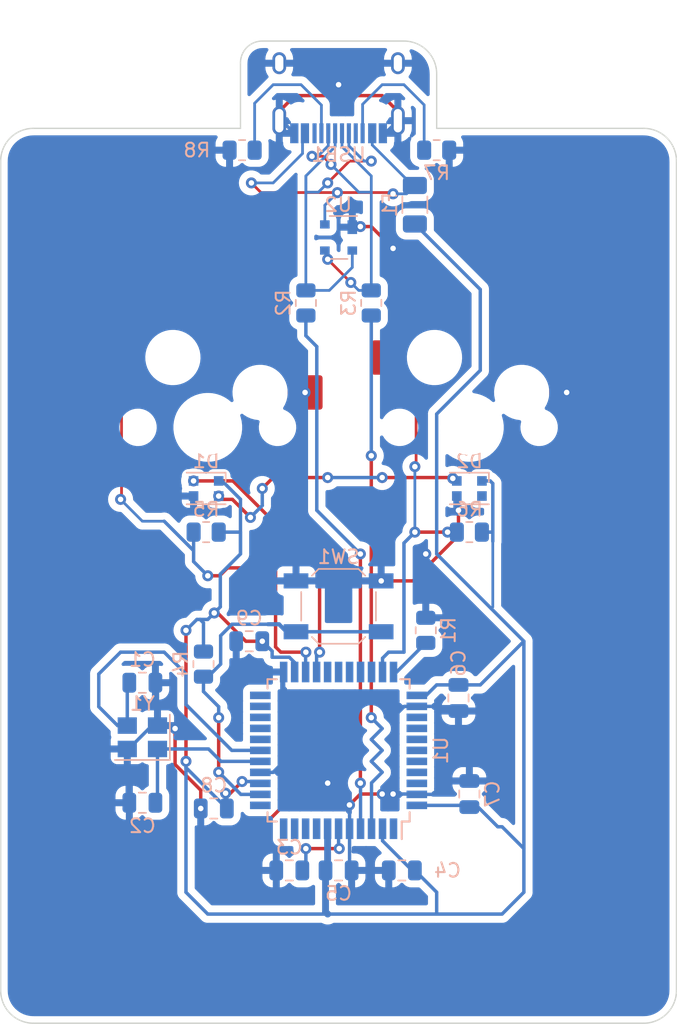
<source format=kicad_pcb>
(kicad_pcb (version 20211014) (generator pcbnew)
  (layers (0 "F.Cu" signal) (31 "B.Cu" signal) (34 "B.Paste" user) (35 "F.Paste" user) (36 "B.SilkS" user "B.Silkscreen") (37 "F.SilkS" user "F.Silkscreen") (38 "B.Mask" user) (39 "F.Mask" user) (44 "Edge.Cuts" user))
  (net 0 "")
  (net 1 "GND")
  (net 2 "Net-(C1-Pad2)")
  (net 3 "Net-(C2-Pad2)")
  (net 4 "Net-(C3-Pad1)")
  (net 5 "+5V")
  (net 6 "VCC")
  (net 7 "Net-(MX1-Pad2)")
  (net 8 "Net-(MX2-Pad2)")
  (net 9 "Net-(R1-Pad1)")
  (net 10 "D+")
  (net 11 "Net-(R2-Pad2)")
  (net 12 "D-")
  (net 13 "Net-(R3-Pad2)")
  (net 14 "Net-(R4-Pad2)")
  (net 25 "Net-(D1-Pad2)")
  (net 39 "RGBLED")
  (net 41 "Net-(R7-Pad1)")
  (net 42 "Net-(R8-Pad1)")
  (footprint "Capacitor_SMD:C_0805_2012Metric" (layer "B.Cu") (at 151.25 109 180)
    (fp_text reference "C8")
    (fp_text value "0.1uF")
  )
  (footprint "Capacitor_SMD:C_0805_2012Metric" (layer "B.Cu") (at 146.05 99.85375 180)
    (fp_text reference "C1")
    (fp_text value "22pF")
  )
  (footprint "Resistor_SMD:R_0805_2012Metric" (layer "B.Cu") (at 150.5 98.5 -90)
    (fp_text reference "R4")
    (fp_text value "10k")
  )
  (footprint "Package_QFP:TQFP-44_10x10mm_P0.8mm" (layer "B.Cu") (at 160.3375 104.775 90)
    (fp_text reference "U1")
    (fp_text value "ATmega32U4-A")
  )
  (footprint "Resistor_SMD:R_0805_2012Metric" (layer "B.Cu") (at 166.6875 96.04375 90)
    (fp_text reference "R1")
    (fp_text value "10k")
  )
  (footprint "Resistor_SMD:R_0805_2012Metric" (layer "B.Cu") (at 150.69375 88.9 180)
    (fp_text reference "R5")
    (fp_text value "10k")
  )
  (footprint "Capacitor_SMD:C_0805_2012Metric" (layer "B.Cu") (at 169.06875 100.9625 -90)
    (fp_text reference "C6")
    (fp_text value "0.1uF")
  )
  (footprint "Capacitor_SMD:C_0805_2012Metric" (layer "B.Cu") (at 156.75 113.50625 180)
    (fp_text reference "C3")
    (fp_text value "C_Small")
  )
  (footprint "Capacitor_SMD:C_0805_2012Metric" (layer "B.Cu") (at 146.05 108.585)
    (fp_text reference "C2")
    (fp_text value "22pF")
  )
  (footprint "Button_Switch_SMD:SW_SPST_SKQG_WithStem" (layer "B.Cu") (at 160.3375 94.2975 180)
    (fp_text reference "SW1")
    (fp_text value "SW_Push")
  )
  (footprint "Capacitor_SMD:C_0805_2012Metric" (layer "B.Cu") (at 160.3375 113.50625)
    (fp_text reference "C5")
    (fp_text value "0.1uF")
  )
  (footprint "LED_SMD:LED_WS2812B-2020_PLCC4_2.0x2.0mm" (layer "B.Cu") (at 169.8625 85.725 180)
    (fp_text reference "D2")
    (fp_text value "WS2812B")
  )
  (footprint "Type-C:HRO-TYPE-C-31-M-12-Assembly" (layer "B.Cu") (at 160.3375 52.19375)
    (fp_text reference "USB1")
    (fp_text value "HRO-TYPE-C-31-M-12")
  )
  (footprint "MX_Hotswap:MX-Hotswap-1U" (layer "B.Cu") (at 150.8125 81.28 180)
    (fp_text reference "MX1")
    (fp_text value "MX-NoLED")
  )
  (footprint "Capacitor_SMD:C_0805_2012Metric" (layer "B.Cu") (at 164.94375 113.50625 180)
    (fp_text reference "C4")
    (fp_text value "0.1uF")
  )
  (footprint "Capacitor_SMD:C_0805_2012Metric" (layer "B.Cu") (at 153.83125 96.8375 180)
    (fp_text reference "C9")
    (fp_text value "0.1uF")
  )
  (footprint "Capacitor_SMD:C_0805_2012Metric" (layer "B.Cu") (at 169.8625 107.95 90)
    (fp_text reference "C7")
    (fp_text value "10uF")
  )
  (footprint "Crystal:Crystal_SMD_3225-4Pin_3.2x2.5mm" (layer "B.Cu") (at 146.05 103.8225 180)
    (fp_text reference "Y1")
    (fp_text value "16MHz")
  )
  (footprint "LED_SMD:LED_WS2812B-2020_PLCC4_2.0x2.0mm" (layer "B.Cu") (at 150.69125 85.725 180)
    (fp_text reference "D1")
    (fp_text value "WS2812B")
  )
  (footprint "Resistor_SMD:R_0805_2012Metric" (layer "B.Cu") (at 167.48125 61.11875)
    (fp_text reference "R7")
    (fp_text value "5.1k")
  )
  (footprint "Resistor_SMD:R_0805_2012Metric" (layer "B.Cu") (at 153.3125 61.11875 180)
    (fp_text reference "R8")
    (fp_text value "5.1k")
  )
  (footprint "Fuse:Fuse_1206_3216Metric" (layer "B.Cu") (at 165.89375 65.0875 -90)
    (fp_text reference "F1")
    (fp_text value "500mA")
  )
  (footprint "Resistor_SMD:R_0805_2012Metric" (layer "B.Cu") (at 157.95625 72.23125 -90)
    (fp_text reference "R2")
    (fp_text value "22")
  )
  (footprint "MX_Hotswap:MX-Hotswap-1U" (layer "B.Cu") (at 169.8625 81.28 180)
    (fp_text reference "MX2")
    (fp_text value "MX-NoLED")
  )
  (footprint "Resistor_SMD:R_0805_2012Metric" (layer "B.Cu") (at 162.71875 72.23125 -90)
    (fp_text reference "R3")
    (fp_text value "22")
  )
  (footprint "Package_TO_SOT_SMD:SOT-143" (layer "B.Cu") (at 160.3375 67.46875 180)
    (fp_text reference "U2")
    (fp_text value "PRTR5V0U2X")
  )
  (footprint "Resistor_SMD:R_0805_2012Metric" (layer "B.Cu") (at 169.8625 88.9 180)
    (fp_text reference "R6")
    (fp_text value "10k")
  )
  (gr_line (start 167.48125 59.53125) (end 167.48125 55.5625) (layer "Edge.Cuts") (width 0.1))
  (gr_line (start 184.94375 122.2375) (end 184.94375 61.9125) (layer "Edge.Cuts") (width 0.1))
  (gr_line (start 153.19375 54.76875) (end 153.19375 59.53125) (layer "Edge.Cuts") (width 0.1))
  (gr_arc (start 182.5625 59.53125) (mid 184.246298 60.228702) (end 184.94375 61.9125) (layer "Edge.Cuts") (width 0.1))
  (gr_arc (start 184.94375 122.2375) (mid 184.246298 123.921298) (end 182.5625 124.61875) (layer "Edge.Cuts") (width 0.1))
  (gr_line (start 182.5625 59.53125) (end 167.48125 59.53125) (layer "Edge.Cuts") (width 0.1))
  (gr_arc (start 165.1 53.18125) (mid 166.783798 53.878702) (end 167.48125 55.5625) (layer "Edge.Cuts") (width 0.1))
  (gr_line (start 135.73125 61.9125) (end 135.73125 122.2375) (layer "Edge.Cuts") (width 0.1))
  (gr_arc (start 153.19375 54.76875) (mid 153.658718 53.646218) (end 154.78125 53.18125) (layer "Edge.Cuts") (width 0.1))
  (gr_line (start 138.1125 124.61875) (end 182.5625 124.61875) (layer "Edge.Cuts") (width 0.1))
  (gr_line (start 165.1 53.18125) (end 154.78125 53.18125) (layer "Edge.Cuts") (width 0.1))
  (gr_arc (start 135.73125 61.9125) (mid 136.428702 60.228702) (end 138.1125 59.53125) (layer "Edge.Cuts") (width 0.1))
  (gr_line (start 153.19375 59.53125) (end 138.1125 59.53125) (layer "Edge.Cuts") (width 0.1))
  (gr_arc (start 138.1125 124.61875) (mid 136.428702 123.921298) (end 135.73125 122.2375) (layer "Edge.Cuts") (width 0.1))
  (segment (start 163.5125 57.15) (end 164.6575 58.295) (width 0.25) (layer "F.Cu") (net 1))
  (segment (start 159.54375 57.15) (end 157.1625 57.15) (width 0.25) (layer "F.Cu") (net 1))
  (segment (start 148.43125 105.800305) (end 150.3 107.669055) (width 0.25) (layer "F.Cu") (net 1))
  (segment (start 148.43125 103.1875) (end 148.43125 105.800305) (width 0.25) (layer "F.Cu") (net 1))
  (segment (start 157.1625 107.95) (end 153.9875 111.125) (width 0.25) (layer "F.Cu") (net 1))
  (segment (start 161.13125 108.74375) (end 161.925 107.95) (width 0.25) (layer "F.Cu") (net 1))
  (segment (start 163.5125 107.95) (end 164.30625 107.95) (width 0.25) (layer "F.Cu") (net 1))
  (segment (start 160.3375 56.35625) (end 159.54375 57.15) (width 0.25) (layer "F.Cu") (net 1))
  (segment (start 156.0175 58.295) (end 156.0175 58.97375) (width 0.25) (layer "F.Cu") (net 1))
  (segment (start 153.9875 111.125) (end 150.8125 111.125) (width 0.25) (layer "F.Cu") (net 1))
  (segment (start 160.3375 107.95) (end 157.1625 107.95) (width 0.25) (layer "F.Cu") (net 1))
  (segment (start 161.925 107.95) (end 163.5125 107.95) (width 0.25) (layer "F.Cu") (net 1))
  (segment (start 164.6575 58.295) (end 164.6575 58.97375) (width 0.25) (layer "F.Cu") (net 1))
  (segment (start 150.3 107.669055) (end 150.3 109) (width 0.25) (layer "F.Cu") (net 1))
  (segment (start 157.1625 57.15) (end 156.0175 58.295) (width 0.25) (layer "F.Cu") (net 1))
  (segment (start 169.06875 89.131555) (end 166.803278 91.397028) (width 0.25) (layer "F.Cu") (net 1))
  (segment (start 161.13125 57.15) (end 163.5125 57.15) (width 0.25) (layer "F.Cu") (net 1))
  (segment (start 166.6875 91.28125) (end 166.6875 90.4875) (width 0.25) (layer "F.Cu") (net 1))
  (segment (start 166.803278 91.397028) (end 165.752805 92.4475) (width 0.25) (layer "F.Cu") (net 1))
  (segment (start 159.54375 107.15625) (end 160.3375 107.95) (width 0.25) (layer "F.Cu") (net 1))
  (segment (start 162.71875 66.675) (end 164.30625 68.2625) (width 0.25) (layer "F.Cu") (net 1))
  (segment (start 161.925 66.675) (end 162.71875 66.675) (width 0.25) (layer "F.Cu") (net 1))
  (segment (start 160.3375 107.95) (end 161.13125 108.74375) (width 0.25) (layer "F.Cu") (net 1))
  (segment (start 150.3 110.6125) (end 150.3 109) (width 0.25) (layer "F.Cu") (net 1))
  (segment (start 160.3375 56.35625) (end 161.13125 57.15) (width 0.25) (layer "F.Cu") (net 1))
  (segment (start 166.803278 91.397028) (end 166.6875 91.28125) (width 0.25) (layer "F.Cu") (net 1))
  (segment (start 169.06875 87.3125) (end 169.06875 89.131555) (width 0.25) (layer "F.Cu") (net 1))
  (segment (start 150.8125 111.125) (end 150.3 110.6125) (width 0.25) (layer "F.Cu") (net 1))
  (segment (start 165.752805 92.4475) (end 163.44325 92.4475) (width 0.25) (layer "F.Cu") (net 1))
  (via (at 157.8975 78.74) (size 0.8) (drill 0.4) (layers "F.Cu" "B.Cu") (net 1))
  (via (at 148.43125 103.1875) (size 0.8) (drill 0.4) (layers "F.Cu" "B.Cu") (net 1))
  (via (at 164.30625 107.95) (size 0.8) (drill 0.4) (layers "F.Cu" "B.Cu") (net 1))
  (via (at 160.3375 56.35625) (size 0.8) (drill 0.4) (layers "F.Cu" "B.Cu") (net 1))
  (via (at 161.925 66.675) (size 0.8) (drill 0.4) (layers "F.Cu" "B.Cu") (net 1))
  (via (at 169.06875 87.3125) (size 0.8) (drill 0.4) (layers "F.Cu" "B.Cu") (net 1))
  (via (at 159.54375 107.15625) (size 0.8) (drill 0.4) (layers "F.Cu" "B.Cu") (net 1))
  (via (at 163.5125 107.95) (size 0.8) (drill 0.4) (layers "F.Cu" "B.Cu") (net 1))
  (via (at 163.44325 92.4475) (size 0.8) (drill 0.4) (layers "F.Cu" "B.Cu") (net 1))
  (via (at 164.30625 68.2625) (size 0.8) (drill 0.4) (layers "F.Cu" "B.Cu") (net 1))
  (via (at 161.13125 108.74375) (size 0.8) (drill 0.4) (layers "F.Cu" "B.Cu") (net 1))
  (via (at 176.9475 78.74) (size 0.8) (drill 0.4) (layers "F.Cu" "B.Cu") (net 1))
  (via (at 150.3 109) (size 0.8) (drill 0.4) (layers "F.Cu" "B.Cu") (net 1))
  (via (at 166.6875 90.4875) (size 0.8) (drill 0.4) (layers "F.Cu" "B.Cu") (net 1))
  (segment (start 160.3625 54.79375) (end 160.3375 54.81875) (width 0.25) (layer "B.Cu") (net 1))
  (segment (start 168.9475 86.275) (end 168.9475 87.19125) (width 0.25) (layer "B.Cu") (net 1))
  (segment (start 161.88125 66.71875) (end 161.925 66.675) (width 0.25) (layer "B.Cu") (net 1))
  (segment (start 168.9475 87.19125) (end 169.06875 87.3125) (width 0.25) (layer "B.Cu") (net 1))
  (segment (start 145.05 104.6725) (end 146.75 102.9725) (width 0.25) (layer "B.Cu") (net 1))
  (segment (start 144.95 104.6725) (end 145.05 104.6725) (width 0.25) (layer "B.Cu") (net 1))
  (segment (start 157.95625 105.56875) (end 159.54375 107.15625) (width 0.25) (layer "B.Cu") (net 1))
  (segment (start 161.1375 110.475) (end 161.1375 113.35625) (width 0.25) (layer "B.Cu") (net 1))
  (segment (start 156.0175 54.79375) (end 160.3625 54.79375) (width 0.25) (layer "B.Cu") (net 1))
  (segment (start 155.5625 106.375) (end 154.6375 106.375) (width 0.25) (layer "B.Cu") (net 1))
  (segment (start 160.3625 54.79375) (end 164.6575 54.79375) (width 0.25) (layer "B.Cu") (net 1))
  (segment (start 156.36875 105.56875) (end 155.5625 106.375) (width 0.25) (layer "B.Cu") (net 1))
  (segment (start 156.36875 105.56875) (end 157.95625 105.56875) (width 0.25) (layer "B.Cu") (net 1))
  (segment (start 168.43125 107) (end 167.45625 107.975) (width 0.25) (layer "B.Cu") (net 1))
  (segment (start 156.3375 102.594055) (end 156.36875 102.625305) (width 0.25) (layer "B.Cu") (net 1))
  (segment (start 169.06875 101.9125) (end 168.75625 101.6) (width 0.25) (layer "B.Cu") (net 1))
  (segment (start 156.36875 102.625305) (end 156.36875 105.56875) (width 0.25) (layer "B.Cu") (net 1))
  (segment (start 166.0125 107.95) (end 166.0375 107.975) (width 0.25) (layer "B.Cu") (net 1))
  (segment (start 147 99.85375) (end 147.15 100.00375) (width 0.25) (layer "B.Cu") (net 1))
  (segment (start 156.1975 58.97375) (end 157.1125 59.88875) (width 0.25) (layer "B.Cu") (net 1))
  (segment (start 167.48125 101.6) (end 167.45625 101.575) (width 0.25) (layer "B.Cu") (net 1))
  (segment (start 161.1375 110.475) (end 161.1375 108.75) (width 0.25) (layer "B.Cu") (net 1))
  (segment (start 164.30625 107.95) (end 166.0125 107.95) (width 0.25) (layer "B.Cu") (net 1))
  (segment (start 167.45625 101.575) (end 166.0375 101.575) (width 0.25) (layer "B.Cu") (net 1))
  (segment (start 165.125 101.575) (end 164.30625 102.39375) (width 0.25) (layer "B.Cu") (net 1))
  (segment (start 160.3375 54.81875) (end 160.3375 56.35625) (width 0.25) (layer "B.Cu") (net 1))
  (segment (start 148.21625 102.9725) (end 148.43125 103.1875) (width 0.25) (layer "B.Cu") (net 1))
  (segment (start 161.1375 108.75) (end 161.13125 108.74375) (width 0.25) (layer "B.Cu") (net 1))
  (segment (start 161.3375 66.71875) (end 161.88125 66.71875) (width 0.25) (layer "B.Cu") (net 1))
  (segment (start 161.1375 113.35625) (end 161.2875 113.50625) (width 0.25) (layer "B.Cu") (net 1))
  (segment (start 147.15 102.9725) (end 148.21625 102.9725) (width 0.25) (layer "B.Cu") (net 1))
  (segment (start 168.75625 101.6) (end 167.48125 101.6) (width 0.25) (layer "B.Cu") (net 1))
  (segment (start 169.8625 107) (end 168.43125 107) (width 0.25) (layer "B.Cu") (net 1))
  (segment (start 163.7425 59.88875) (end 164.6575 58.97375) (width 0.25) (layer "B.Cu") (net 1))
  (segment (start 156.3375 99.075) (end 156.3375 102.594055) (width 0.25) (layer "B.Cu") (net 1))
  (segment (start 167.45625 107.975) (end 166.0375 107.975) (width 0.25) (layer "B.Cu") (net 1))
  (segment (start 145.1 108.585) (end 144.95 108.435) (width 0.25) (layer "B.Cu") (net 1))
  (segment (start 164.30625 102.39375) (end 164.30625 107.15625) (width 0.25) (layer "B.Cu") (net 1))
  (segment (start 147.15 100.00375) (end 147.15 102.9725) (width 0.25) (layer "B.Cu") (net 1))
  (segment (start 156.0175 58.97375) (end 156.1975 58.97375) (width 0.25) (layer "B.Cu") (net 1))
  (segment (start 157.2375 92.4475) (end 163.4375 92.4475) (width 0.25) (layer "B.Cu") (net 1))
  (segment (start 146.75 102.9725) (end 147.15 102.9725) (width 0.25) (layer "B.Cu") (net 1))
  (segment (start 163.99375 113.50625) (end 161.2875 113.50625) (width 0.25) (layer "B.Cu") (net 1))
  (segment (start 144.95 108.435) (end 144.95 104.6725) (width 0.25) (layer "B.Cu") (net 1))
  (segment (start 163.5625 59.88875) (end 163.7425 59.88875) (width 0.25) (layer "B.Cu") (net 1))
  (segment (start 164.30625 107.15625) (end 163.5125 107.95) (width 0.25) (layer "B.Cu") (net 1))
  (segment (start 166.0375 101.575) (end 165.125 101.575) (width 0.25) (layer "B.Cu") (net 1))
  (segment (start 154.6375 104.775) (end 152.55875 104.775) (width 0.25) (layer "B.Cu") (net 2))
  (segment (start 144.95 102.9725) (end 144.95 100.00375) (width 0.25) (layer "B.Cu") (net 2))
  (segment (start 152.55875 104.775) (end 149.225 101.44125) (width 0.25) (layer "B.Cu") (net 2))
  (segment (start 142.875 99.21875) (end 142.875 101.6) (width 0.25) (layer "B.Cu") (net 2))
  (segment (start 142.875 101.6) (end 144.2475 102.9725) (width 0.25) (layer "B.Cu") (net 2))
  (segment (start 144.4625 97.63125) (end 142.875 99.21875) (width 0.25) (layer "B.Cu") (net 2))
  (segment (start 144.2475 102.9725) (end 144.95 102.9725) (width 0.25) (layer "B.Cu") (net 2))
  (segment (start 144.95 100.00375) (end 145.1 99.85375) (width 0.25) (layer "B.Cu") (net 2))
  (segment (start 149.225 99.21875) (end 147.6375 97.63125) (width 0.25) (layer "B.Cu") (net 2))
  (segment (start 147.6375 97.63125) (end 144.4625 97.63125) (width 0.25) (layer "B.Cu") (net 2))
  (segment (start 149.225 101.44125) (end 149.225 99.21875) (width 0.25) (layer "B.Cu") (net 2))
  (segment (start 150.86875 104.6725) (end 147.15 104.6725) (width 0.25) (layer "B.Cu") (net 3))
  (segment (start 154.6375 105.575) (end 151.77125 105.575) (width 0.25) (layer "B.Cu") (net 3))
  (segment (start 147.15 108.435) (end 147.15 104.6725) (width 0.25) (layer "B.Cu") (net 3))
  (segment (start 151.77125 105.575) (end 150.86875 104.6725) (width 0.25) (layer "B.Cu") (net 3))
  (segment (start 147 108.585) (end 147.15 108.435) (width 0.25) (layer "B.Cu") (net 3))
  (segment (start 160.387 111.91875) (end 157.95625 111.91875) (width 0.25) (layer "F.Cu") (net 4))
  (via (at 157.95625 111.91875) (size 0.8) (drill 0.4) (layers "F.Cu" "B.Cu") (net 4))
  (via (at 160.387 111.91875) (size 0.8) (drill 0.4) (layers "F.Cu" "B.Cu") (net 4))
  (segment (start 160.3375 110.475) (end 160.3375 111.86925) (width 0.25) (layer "B.Cu") (net 4))
  (segment (start 157.95625 113.25) (end 157.7 113.50625) (width 0.25) (layer "B.Cu") (net 4))
  (segment (start 157.95625 111.91875) (end 157.95625 113.25) (width 0.25) (layer "B.Cu") (net 4))
  (segment (start 160.3375 111.86925) (end 160.387 111.91875) (width 0.25) (layer "B.Cu") (net 4))
  (segment (start 154.78125 96.8375) (end 153.5875 96.8375) (width 0.25) (layer "F.Cu") (net 5))
  (segment (start 149.225 105.56875) (end 149.225 96.04375) (width 0.25) (layer "F.Cu") (net 5))
  (segment (start 152.109576 107.890424) (end 152.459576 107.890424) (width 0.25) (layer "F.Cu") (net 5))
  (segment (start 153.5875 96.8375) (end 151.53125 94.78125) (width 0.25) (layer "F.Cu") (net 5))
  (segment (start 152.459576 107.890424) (end 153.309174 107.040826) (width 0.25) (layer "F.Cu") (net 5))
  (segment (start 151.53125 94.78125) (end 151.28125 94.78125) (width 0.25) (layer "F.Cu") (net 5))
  (via (at 153.309174 107.040826) (size 0.8) (drill 0.4) (layers "F.Cu" "B.Cu") (net 5))
  (via (at 149.225 105.56875) (size 0.8) (drill 0.4) (layers "F.Cu" "B.Cu") (net 5))
  (via (at 149.225 96.04375) (size 0.8) (drill 0.4) (layers "F.Cu" "B.Cu") (net 5))
  (via (at 152.109576 107.890424) (size 0.8) (drill 0.4) (layers "F.Cu" "B.Cu") (net 5))
  (via (at 151.28125 94.78125) (size 0.8) (drill 0.4) (layers "F.Cu" "B.Cu") (net 5))
  (via (at 154.78125 96.8375) (size 0.8) (drill 0.4) (layers "F.Cu" "B.Cu") (net 5))
  (segment (start 152.2 107.980848) (end 152.109576 107.890424) (width 0.25) (layer "B.Cu") (net 5))
  (segment (start 171.56875 85.36625) (end 171.56875 89.575) (width 0.25) (layer "B.Cu") (net 5))
  (segment (start 155.5 97.55625) (end 155.5 98) (width 0.25) (layer "B.Cu") (net 5))
  (segment (start 167.48125 90.4875) (end 171.45 94.45625) (width 0.25) (layer "B.Cu") (net 5))
  (segment (start 159.5375 110.475) (end 159.5375 113.35625) (width 0.5) (layer "B.Cu") (net 5))
  (segment (start 170.775 88.9) (end 171.56875 88.9) (width 0.25) (layer "B.Cu") (net 5))
  (segment (start 166.0375 100.775) (end 166.71875 100.775) (width 0.25) (layer "B.Cu") (net 5))
  (segment (start 150.5 97.5875) (end 150.5 95.5) (width 0.25) (layer "B.Cu") (net 5))
  (segment (start 149.225 115.09375) (end 149.225 105.56875) (width 0.25) (layer "B.Cu") (net 5))
  (segment (start 153.309174 107.040826) (end 154.503326 107.040826) (width 0.25) (layer "B.Cu") (net 5))
  (segment (start 173.83125 111.91875) (end 173.83125 115.09375) (width 0.25) (layer "B.Cu") (net 5))
  (segment (start 171.3775 85.175) (end 171.56875 85.36625) (width 0.25) (layer "B.Cu") (net 5))
  (segment (start 151.725 91.95625) (end 151.725 94.3375) (width 0.25) (layer "B.Cu") (net 5))
  (segment (start 172.24375 110.33125) (end 171.930146 110.33125) (width 0.25) (layer "B.Cu") (net 5))
  (segment (start 166.0375 108.775) (end 169.7375 108.775) (width 0.25) (layer "B.Cu") (net 5))
  (segment (start 152.2 109) (end 152.2 107.980848) (width 0.25) (layer "B.Cu") (net 5))
  (segment (start 166.71875 100.775) (end 167.48125 100.0125) (width 0.25) (layer "B.Cu") (net 5))
  (segment (start 154.503326 107.040826) (end 154.6375 107.175) (width 0.25) (layer "B.Cu") (net 5))
  (segment (start 150.8125 116.68125) (end 149.225 115.09375) (width 0.25) (layer "B.Cu") (net 5))
  (segment (start 153.19375 90.4875) (end 153.19375 86.5125) (width 0.25) (layer "B.Cu") (net 5))
  (segment (start 151.28125 94.78125) (end 150.8125 95.25) (width 0.25) (layer "B.Cu") (net 5))
  (segment (start 167.48125 115.09375) (end 167.48125 116.68125) (width 0.25) (layer "B.Cu") (net 5))
  (segment (start 152.2 109) (end 149.225 106.025) (width 0.25) (layer "B.Cu") (net 5))
  (segment (start 159.5375 113.35625) (end 159.3875 113.50625) (width 0.5) (layer "B.Cu") (net 5))
  (segment (start 165.89375 113.50625) (end 165.69375 113.50625) (width 0.25) (layer "B.Cu") (net 5))
  (segment (start 155.5 98) (end 156.75 98) (width 0.25) (layer "B.Cu") (net 5))
  (segment (start 170.65625 77.136117) (end 167.48125 80.311117) (width 0.25) (layer "B.Cu") (net 5))
  (segment (start 159.3875 116.525) (end 159.54375 116.68125) (width 0.5) (layer "B.Cu") (net 5))
  (segment (start 173.83125 96.8375) (end 173.83125 111.91875) (width 0.25) (layer "B.Cu") (net 5))
  (segment (start 172.24375 116.68125) (end 167.48125 116.68125) (width 0.25) (layer "B.Cu") (net 5))
  (segment (start 170.65625 100.0125) (end 169.06875 100.0125) (width 0.25) (layer "B.Cu") (net 5))
  (segment (start 170.65625 71.25) (end 170.65625 77.136117) (width 0.25) (layer "B.Cu") (net 5))
  (segment (start 156.75 98) (end 157.1375 98.3875) (width 0.25) (layer "B.Cu") (net 5))
  (segment (start 171.930146 110.33125) (end 170.180698 108.581802) (width 0.25) (layer "B.Cu") (net 5))
  (segment (start 153.19375 88.9) (end 153.19375 89.69375) (width 0.25) (layer "B.Cu") (net 5))
  (segment (start 165.69375 113.50625) (end 163.5375 111.35) (width 0.25) (layer "B.Cu") (net 5))
  (segment (start 159.3875 113.50625) (end 159.3875 116.525) (width 0.5) (layer "B.Cu") (net 5))
  (segment (start 163.5375 111.35) (end 163.5375 110.475) (width 0.25) (layer "B.Cu") (net 5))
  (segment (start 167.48125 100.0125) (end 169.06875 100.0125) (width 0.25) (layer "B.Cu") (net 5))
  (segment (start 170.7775 85.175) (end 171.3775 85.175) (width 0.25) (layer "B.Cu") (net 5))
  (segment (start 165.89375 66.4875) (end 170.65625 71.25) (width 0.25) (layer "B.Cu") (net 5))
  (segment (start 171.56875 89.575) (end 171.56875 94.3375) (width 0.2) (layer "B.Cu") (net 5))
  (segment (start 173.83125 111.91875) (end 172.24375 110.33125) (width 0.25) (layer "B.Cu") (net 5))
  (segment (start 153.19375 90.4875) (end 151.725 91.95625) (width 0.25) (layer "B.Cu") (net 5))
  (segment (start 153.19375 86.5125) (end 151.85625 85.175) (width 0.25) (layer "B.Cu") (net 5))
  (segment (start 151.725 94.3375) (end 151.28125 94.78125) (width 0.25) (layer "B.Cu") (net 5))
  (segment (start 167.48125 80.311117) (end 167.48125 90.4875) (width 0.25) (layer "B.Cu") (net 5))
  (segment (start 149.225 96.04375) (end 150.01875 95.25) (width 0.25) (layer "B.Cu") (net 5))
  (segment (start 171.45 94.45625) (end 173.83125 96.8375) (width 0.25) (layer "B.Cu") (net 5))
  (segment (start 173.83125 96.8375) (end 170.65625 100.0125) (width 0.25) (layer "B.Cu") (net 5))
  (segment (start 150.01875 95.25) (end 150.25 95.25) (width 0.25) (layer "B.Cu") (net 5))
  (segment (start 149.225 106.025) (end 149.225 105.56875) (width 0.25) (layer "B.Cu") (net 5))
  (segment (start 153.19375 89.69375) (end 153.19375 90.4875) (width 0.25) (layer "B.Cu") (net 5))
  (segment (start 171.56875 94.3375) (end 171.45 94.45625) (width 0.2) (layer "B.Cu") (net 5))
  (segment (start 173.83125 115.09375) (end 172.24375 116.68125) (width 0.25) (layer "B.Cu") (net 5))
  (segment (start 151.85625 85.175) (end 151.60625 85.175) (width 0.25) (layer "B.Cu") (net 5))
  (segment (start 150.25 95.25) (end 150.8125 95.25) (width 0.25) (layer "B.Cu") (net 5))
  (segment (start 171.56875 88.9) (end 171.56875 89.575) (width 0.2) (layer "B.Cu") (net 5))
  (segment (start 157.1375 98.3875) (end 157.1375 99.075) (width 0.25) (layer "B.Cu") (net 5))
  (segment (start 151.60625 88.9) (end 153.19375 88.9) (width 0.25) (layer "B.Cu") (net 5))
  (segment (start 167.48125 116.68125) (end 159.54375 116.68125) (width 0.25) (layer "B.Cu") (net 5))
  (segment (start 169.7375 108.775) (end 169.8625 108.9) (width 0.25) (layer "B.Cu") (net 5))
  (segment (start 150.5 95.5) (end 150.25 95.25) (width 0.25) (layer "B.Cu") (net 5))
  (segment (start 159.54375 116.68125) (end 150.8125 116.68125) (width 0.25) (layer "B.Cu") (net 5))
  (segment (start 165.89375 113.50625) (end 167.48125 115.09375) (width 0.25) (layer "B.Cu") (net 5))
  (segment (start 154.78125 96.8375) (end 155.5 97.55625) (width 0.25) (layer "B.Cu") (net 5))
  (segment (start 164.2125 64.2) (end 164.30625 64.29375) (width 0.2) (layer "F.Cu") (net 6))
  (segment (start 154.6875 64.2) (end 164.2125 64.2) (width 0.2) (layer "F.Cu") (net 6))
  (segment (start 153.9875 63.5) (end 154.6875 64.2) (width 0.2) (layer "F.Cu") (net 6))
  (via (at 160.250505 64.206755) (size 0.8) (drill 0.4) (layers "F.Cu" "B.Cu") (net 6))
  (via (at 164.30625 64.29375) (size 0.8) (drill 0.4) (layers "F.Cu" "B.Cu") (net 6))
  (via (at 153.9875 63.5) (size 0.8) (drill 0.4) (layers "F.Cu" "B.Cu") (net 6))
  (segment (start 165.89375 63.6875) (end 165.73625 63.6875) (width 0.2) (layer "B.Cu") (net 6))
  (segment (start 165.2875 64.29375) (end 165.89375 63.6875) (width 0.2) (layer "B.Cu") (net 6))
  (segment (start 157.8875 59.70625) (end 157.8875 59.88875) (width 0.2) (layer "B.Cu") (net 6))
  (segment (start 155.575 63.5) (end 157.7125 61.3625) (width 0.2) (layer "B.Cu") (net 6))
  (segment (start 162.7875 60.73875) (end 162.7875 59.88875) (width 0.2) (layer "B.Cu") (net 6))
  (segment (start 157.7125 61.3625) (end 157.7125 59.53125) (width 0.2) (layer "B.Cu") (net 6))
  (segment (start 157.7125 59.53125) (end 157.8875 59.70625) (width 0.2) (layer "B.Cu") (net 6))
  (segment (start 159.3375 65.11976) (end 160.250505 64.206755) (width 0.2) (layer "B.Cu") (net 6))
  (segment (start 165.73625 63.6875) (end 162.7875 60.73875) (width 0.2) (layer "B.Cu") (net 6))
  (segment (start 164.30625 64.29375) (end 165.2875 64.29375) (width 0.2) (layer "B.Cu") (net 6))
  (segment (start 153.9875 63.5) (end 155.575 63.5) (width 0.2) (layer "B.Cu") (net 6))
  (segment (start 159.3375 66.51875) (end 159.3375 65.11976) (width 0.2) (layer "B.Cu") (net 6))
  (segment (start 156.13125 97.63125) (end 155.75 97.25) (width 0.25) (layer "F.Cu") (net 7))
  (segment (start 155.75 91.75) (end 155.5 91.5) (width 0.25) (layer "F.Cu") (net 7))
  (segment (start 157.95625 97.63125) (end 156.13125 97.63125) (width 0.25) (layer "F.Cu") (net 7))
  (segment (start 152.25 91.5) (end 151.675 92.075) (width 0.25) (layer "F.Cu") (net 7))
  (segment (start 151.675 92.075) (end 150.8125 92.075) (width 0.25) (layer "F.Cu") (net 7))
  (segment (start 155.75 97.25) (end 155.75 91.75) (width 0.25) (layer "F.Cu") (net 7))
  (segment (start 155.5 91.5) (end 152.25 91.5) (width 0.25) (layer "F.Cu") (net 7))
  (segment (start 144.531599 76.638901) (end 144.531599 86.449651) (width 0.2) (layer "F.Cu") (net 7))
  (segment (start 144.531599 86.449651) (end 144.4625 86.51875) (width 0.2) (layer "F.Cu") (net 7))
  (segment (start 144.9705 76.2) (end 144.531599 76.638901) (width 0.2) (layer "F.Cu") (net 7))
  (via (at 144.4625 86.51875) (size 0.8) (drill 0.4) (layers "F.Cu" "B.Cu") (net 7))
  (via (at 150.8125 92.075) (size 0.8) (drill 0.4) (layers "F.Cu" "B.Cu") (net 7))
  (via (at 157.95625 97.63125) (size 0.8) (drill 0.4) (layers "F.Cu" "B.Cu") (net 7))
  (segment (start 146.05 88.10625) (end 147.6375 88.10625) (width 0.2) (layer "B.Cu") (net 7))
  (segment (start 157.9375 99.075) (end 157.9375 97.65) (width 0.25) (layer "B.Cu") (net 7))
  (segment (start 149.78125 90.25) (end 147.6375 88.10625) (width 0.25) (layer "B.Cu") (net 7))
  (segment (start 157.9375 97.65) (end 157.95625 97.63125) (width 0.25) (layer "B.Cu") (net 7))
  (segment (start 149.78125 90.25) (end 149.78125 91.04375) (width 0.25) (layer "B.Cu") (net 7))
  (segment (start 149.78125 88.9) (end 149.78125 90.25) (width 0.25) (layer "B.Cu") (net 7))
  (segment (start 144.4625 86.51875) (end 146.05 88.10625) (width 0.2) (layer "B.Cu") (net 7))
  (segment (start 149.78125 91.04375) (end 150.8125 92.075) (width 0.25) (layer "B.Cu") (net 7))
  (segment (start 165.983401 78.162901) (end 165.983401 84.047849) (width 0.2) (layer "F.Cu") (net 8))
  (segment (start 164.0205 76.2) (end 165.983401 78.162901) (width 0.2) (layer "F.Cu") (net 8))
  (segment (start 165.89375 88.9) (end 168.275 88.9) (width 0.25) (layer "F.Cu") (net 8))
  (segment (start 165.983401 84.047849) (end 165.89375 84.1375) (width 0.2) (layer "F.Cu") (net 8))
  (via (at 165.89375 88.9) (size 0.8) (drill 0.4) (layers "F.Cu" "B.Cu") (net 8))
  (via (at 165.89375 84.1375) (size 0.8) (drill 0.4) (layers "F.Cu" "B.Cu") (net 8))
  (via (at 168.275 88.9) (size 0.8) (drill 0.4) (layers "F.Cu" "B.Cu") (net 8))
  (segment (start 163.98125 97.63125) (end 165.1 97.63125) (width 0.25) (layer "B.Cu") (net 8))
  (segment (start 165.1 89.69375) (end 165.89375 88.9) (width 0.25) (layer "B.Cu") (net 8))
  (segment (start 165.1 97.63125) (end 165.1 89.69375) (width 0.25) (layer "B.Cu") (net 8))
  (segment (start 168.275 88.9) (end 168.95 88.9) (width 0.25) (layer "B.Cu") (net 8))
  (segment (start 165.89375 84.1375) (end 165.89375 88.9) (width 0.2) (layer "B.Cu") (net 8))
  (segment (start 163.5375 99.075) (end 163.5375 98.075) (width 0.25) (layer "B.Cu") (net 8))
  (segment (start 163.5375 98.075) (end 163.98125 97.63125) (width 0.25) (layer "B.Cu") (net 8))
  (segment (start 164.56875 99.075) (end 166.6875 96.95625) (width 0.25) (layer "B.Cu") (net 9))
  (segment (start 164.3375 99.075) (end 164.56875 99.075) (width 0.25) (layer "B.Cu") (net 9))
  (segment (start 159.54375 63.5) (end 161.13125 61.9125) (width 0.2) (layer "F.Cu") (net 10))
  (segment (start 161.13125 61.9125) (end 162.71875 61.9125) (width 0.2) (layer "F.Cu") (net 10))
  (via (at 159.54375 63.5) (size 0.8) (drill 0.4) (layers "F.Cu" "B.Cu") (net 10))
  (via (at 162.71875 61.9125) (size 0.8) (drill 0.4) (layers "F.Cu" "B.Cu") (net 10))
  (segment (start 159.6625 71.31875) (end 161.3375 69.64375) (width 0.2) (layer "B.Cu") (net 10))
  (segment (start 157.95625 71.31875) (end 159.6625 71.31875) (width 0.2) (layer "B.Cu") (net 10))
  (segment (start 157.95625 64.175) (end 157.95625 62.995) (width 0.2) (layer "B.Cu") (net 10))
  (segment (start 158.86875 64.175) (end 159.54375 63.5) (width 0.2) (layer "B.Cu") (net 10))
  (segment (start 162.201936 61.9125) (end 161.0875 60.798064) (width 0.2) (layer "B.Cu") (net 10))
  (segment (start 157.95625 64.29375) (end 157.95625 63.5) (width 0.2) (layer "B.Cu") (net 10))
  (segment (start 157.95625 64.175) (end 158.86875 64.175) (width 0.2) (layer "B.Cu") (net 10))
  (segment (start 157.95625 71.31875) (end 157.95625 64.29375) (width 0.2) (layer "B.Cu") (net 10))
  (segment (start 157.95625 63.5) (end 157.95625 62.995) (width 0.2) (layer "B.Cu") (net 10))
  (segment (start 161.3375 69.64375) (end 161.3375 68.41875) (width 0.2) (layer "B.Cu") (net 10))
  (segment (start 162.71875 61.9125) (end 162.201936 61.9125) (width 0.2) (layer "B.Cu") (net 10))
  (segment (start 160.0875 60.86375) (end 160.0875 59.88875) (width 0.2) (layer "B.Cu") (net 10))
  (segment (start 157.95625 62.995) (end 160.0875 60.86375) (width 0.2) (layer "B.Cu") (net 10))
  (segment (start 161.0875 60.798064) (end 161.0875 59.88875) (width 0.2) (layer "B.Cu") (net 10))
  (segment (start 161.925 90.4875) (end 161.925 107.15625) (width 0.25) (layer "F.Cu") (net 11))
  (via (at 161.925 90.4875) (size 0.8) (drill 0.4) (layers "F.Cu" "B.Cu") (net 11))
  (via (at 161.925 107.15625) (size 0.8) (drill 0.4) (layers "F.Cu" "B.Cu") (net 11))
  (segment (start 158.75 87.3125) (end 161.925 90.4875) (width 0.25) (layer "B.Cu") (net 11))
  (segment (start 157.95625 73.14375) (end 157.95625 74.6125) (width 0.25) (layer "B.Cu") (net 11))
  (segment (start 161.925 107.15625) (end 161.9375 107.16875) (width 0.25) (layer "B.Cu") (net 11))
  (segment (start 157.95625 74.6125) (end 158.75 75.40625) (width 0.25) (layer "B.Cu") (net 11))
  (segment (start 158.75 75.40625) (end 158.75 87.3125) (width 0.25) (layer "B.Cu") (net 11))
  (segment (start 161.9375 107.16875) (end 161.9375 110.475) (width 0.25) (layer "B.Cu") (net 11))
  (segment (start 159.193503 61.562253) (end 159.785872 62.154622) (width 0.2) (layer "F.Cu") (net 12))
  (segment (start 161.228997 70.741497) (end 159.54375 69.05625) (width 0.2) (layer "F.Cu") (net 12))
  (segment (start 158.399753 61.562253) (end 159.193503 61.562253) (width 0.2) (layer "F.Cu") (net 12))
  (via (at 159.54375 69.05625) (size 0.8) (drill 0.4) (layers "F.Cu" "B.Cu") (net 12))
  (via (at 159.785872 62.154622) (size 0.8) (drill 0.4) (layers "F.Cu" "B.Cu") (net 12))
  (via (at 158.399753 61.562253) (size 0.8) (drill 0.4) (layers "F.Cu" "B.Cu") (net 12))
  (via (at 161.228997 70.741497) (size 0.8) (drill 0.4) (layers "F.Cu" "B.Cu") (net 12))
  (segment (start 162.71875 64.175) (end 162.71875 62.995) (width 0.2) (layer "B.Cu") (net 12))
  (segment (start 160.5875 60.86375) (end 160.5875 59.88875) (width 0.2) (layer "B.Cu") (net 12))
  (segment (start 158.823311 61.562253) (end 158.399753 61.562253) (width 0.2) (layer "B.Cu") (net 12))
  (segment (start 161.80625 71.31875) (end 161.228997 70.741497) (width 0.2) (layer "B.Cu") (net 12))
  (segment (start 159.5875 60.798064) (end 158.823311 61.562253) (width 0.2) (layer "B.Cu") (net 12))
  (segment (start 162.71875 64.175) (end 161.80625 64.175) (width 0.2) (layer "B.Cu") (net 12))
  (segment (start 159.5875 60.798064) (end 159.5875 59.88875) (width 0.2) (layer "B.Cu") (net 12))
  (segment (start 159.54375 68.625) (end 159.3375 68.41875) (width 0.2) (layer "B.Cu") (net 12))
  (segment (start 161.13125 63.5) (end 159.785872 62.154622) (width 0.2) (layer "B.Cu") (net 12))
  (segment (start 162.71875 71.31875) (end 161.80625 71.31875) (width 0.2) (layer "B.Cu") (net 12))
  (segment (start 162.71875 62.995) (end 160.5875 60.86375) (width 0.2) (layer "B.Cu") (net 12))
  (segment (start 162.71875 71.31875) (end 162.71875 64.175) (width 0.2) (layer "B.Cu") (net 12))
  (segment (start 161.80625 64.175) (end 161.13125 63.5) (width 0.2) (layer "B.Cu") (net 12))
  (segment (start 159.54375 69.05625) (end 159.54375 68.625) (width 0.2) (layer "B.Cu") (net 12))
  (segment (start 162.71875 102.39375) (end 162.71875 83.34375) (width 0.25) (layer "F.Cu") (net 13))
  (via (at 162.71875 83.34375) (size 0.8) (drill 0.4) (layers "F.Cu" "B.Cu") (net 13))
  (via (at 162.71875 102.39375) (size 0.8) (drill 0.4) (layers "F.Cu" "B.Cu") (net 13))
  (segment (start 163.5125 106.3625) (end 162.7375 107.1375) (width 0.25) (layer "B.Cu") (net 13))
  (segment (start 162.71875 102.39375) (end 163.5125 103.1875) (width 0.25) (layer "B.Cu") (net 13))
  (segment (start 162.71875 83.34375) (end 162.71875 73.14375) (width 0.25) (layer "B.Cu") (net 13))
  (segment (start 163.5125 103.1875) (end 162.71875 103.98125) (width 0.25) (layer "B.Cu") (net 13))
  (segment (start 163.5125 104.775) (end 162.71875 105.56875) (width 0.25) (layer "B.Cu") (net 13))
  (segment (start 162.71875 103.98125) (end 163.5125 104.775) (width 0.25) (layer "B.Cu") (net 13))
  (segment (start 162.7375 107.1375) (end 162.7375 110.475) (width 0.25) (layer "B.Cu") (net 13))
  (segment (start 162.71875 105.56875) (end 163.5125 106.3625) (width 0.25) (layer "B.Cu") (net 13))
  (segment (start 151.60625 106.3625) (end 151.60625 102.39375) (width 0.25) (layer "F.Cu") (net 14))
  (via (at 151.60625 102.39375) (size 0.8) (drill 0.4) (layers "F.Cu" "B.Cu") (net 14))
  (via (at 151.60625 106.3625) (size 0.8) (drill 0.4) (layers "F.Cu" "B.Cu") (net 14))
  (segment (start 154.6375 107.975) (end 153.21875 107.975) (width 0.25) (layer "B.Cu") (net 14))
  (segment (start 152.580577 95.6) (end 151.75 96.430577) (width 0.25) (layer "B.Cu") (net 14))
  (segment (start 155.2 95.6) (end 152.580577 95.6) (width 0.25) (layer "B.Cu") (net 14))
  (segment (start 150.5 99.4125) (end 150.5 100.49375) (width 0.25) (layer "B.Cu") (net 14))
  (segment (start 151.60625 102.39375) (end 151.60625 101.6) (width 0.25) (layer "B.Cu") (net 14))
  (segment (start 156.5475 96.1475) (end 157.2375 96.1475) (width 0.3) (layer "B.Cu") (net 14))
  (segment (start 150.8375 99.4125) (end 150.5 99.4125) (width 0.25) (layer "B.Cu") (net 14))
  (segment (start 163.4375 96.1475) (end 157.2375 96.1475) (width 0.25) (layer "B.Cu") (net 14))
  (segment (start 151.75 96.430577) (end 151.75 98.5) (width 0.25) (layer "B.Cu") (net 14))
  (segment (start 153.21875 107.975) (end 151.60625 106.3625) (width 0.25) (layer "B.Cu") (net 14))
  (segment (start 150.5 100.49375) (end 151.60625 101.6) (width 0.25) (layer "B.Cu") (net 14))
  (segment (start 151.75 98.5) (end 150.8375 99.4125) (width 0.25) (layer "B.Cu") (net 14))
  (segment (start 156 95.6) (end 156.5475 96.1475) (width 0.3) (layer "B.Cu") (net 14))
  (segment (start 155.2 95.6) (end 156 95.6) (width 0.3) (layer "B.Cu") (net 14))
  (segment (start 159.54375 84.93125) (end 155.575 84.93125) (width 0.25) (layer "F.Cu") (net 25))
  (segment (start 153.91825 87.831825) (end 152.605175 86.51875) (width 0.25) (layer "F.Cu") (net 25))
  (segment (start 151.60625 86.51875) (end 151.60625 86.275) (width 0.25) (layer "F.Cu") (net 25))
  (segment (start 155.575 84.93125) (end 154.78125 85.725) (width 0.25) (layer "F.Cu") (net 25))
  (segment (start 168.593451 84.93125) (end 163.5125 84.93125) (width 0.25) (layer "F.Cu") (net 25))
  (segment (start 152.605175 86.51875) (end 151.60625 86.51875) (width 0.25) (layer "F.Cu") (net 25))
  (segment (start 168.65575 84.993549) (end 168.593451 84.93125) (width 0.25) (layer "F.Cu") (net 25))
  (via (at 163.5125 84.93125) (size 0.8) (drill 0.4) (layers "F.Cu" "B.Cu") (net 25))
  (via (at 153.91825 87.831825) (size 0.8) (drill 0.4) (layers "F.Cu" "B.Cu") (net 25))
  (via (at 151.60625 86.275) (size 0.8) (drill 0.4) (layers "F.Cu" "B.Cu") (net 25))
  (via (at 154.78125 85.725) (size 0.8) (drill 0.4) (layers "F.Cu" "B.Cu") (net 25))
  (via (at 168.65575 84.993549) (size 0.8) (drill 0.4) (layers "F.Cu" "B.Cu") (net 25))
  (via (at 159.54375 84.93125) (size 0.8) (drill 0.4) (layers "F.Cu" "B.Cu") (net 25))
  (segment (start 154.78125 85.725) (end 154.78125 86.968825) (width 0.25) (layer "B.Cu") (net 25))
  (segment (start 163.5125 84.93125) (end 159.54375 84.93125) (width 0.25) (layer "B.Cu") (net 25))
  (segment (start 168.837201 85.175) (end 168.65575 84.993549) (width 0.25) (layer "B.Cu") (net 25))
  (segment (start 154.78125 86.968825) (end 153.91825 87.831825) (width 0.25) (layer "B.Cu") (net 25))
  (segment (start 168.9475 85.175) (end 168.837201 85.175) (width 0.25) (layer "B.Cu") (net 25))
  (segment (start 158.955753 91.487003) (end 152.64375 85.175) (width 0.25) (layer "F.Cu") (net 39))
  (segment (start 152.64375 85.175) (end 149.77625 85.175) (width 0.25) (layer "F.Cu") (net 39))
  (segment (start 158.955753 97.63125) (end 158.955753 91.487003) (width 0.25) (layer "F.Cu") (net 39))
  (via (at 149.77625 85.175) (size 0.8) (drill 0.4) (layers "F.Cu" "B.Cu") (net 39))
  (via (at 158.955753 97.63125) (size 0.8) (drill 0.4) (layers "F.Cu" "B.Cu") (net 39))
  (segment (start 158.7375 99.075) (end 158.7375 97.849503) (width 0.25) (layer "B.Cu") (net 39))
  (segment (start 158.7375 97.849503) (end 158.955753 97.63125) (width 0.25) (layer "B.Cu") (net 39))
  (segment (start 165.1 56.35625) (end 166.56875 57.825) (width 0.2) (layer "B.Cu") (net 41))
  (segment (start 166.56875 57.825) (end 166.56875 61.11875) (width 0.2) (layer "B.Cu") (net 41))
  (segment (start 162.0875 59.88875) (end 162.0875 57.78125) (width 0.2) (layer "B.Cu") (net 41))
  (segment (start 163.5125 56.35625) (end 165.1 56.35625) (width 0.2) (layer "B.Cu") (net 41))
  (segment (start 162.0875 57.78125) (end 163.5125 56.35625) (width 0.2) (layer "B.Cu") (net 41))
  (segment (start 159.0875 59.88875) (end 159.0875 57.8375) (width 0.2) (layer "B.Cu") (net 42))
  (segment (start 159.0875 57.8375) (end 157.60625 56.35625) (width 0.2) (layer "B.Cu") (net 42))
  (segment (start 157.60625 56.35625) (end 155.575 56.35625) (width 0.2) (layer "B.Cu") (net 42))
  (segment (start 154.225 57.70625) (end 154.225 61.11875) (width 0.2) (layer "B.Cu") (net 42))
  (segment (start 155.575 56.35625) (end 154.225 57.70625) (width 0.2) (layer "B.Cu") (net 42))
  (zone (net 1) (net_name "GND") (layer "B.Cu") (connect_pads (clearance 0.508)) (min_thickness 0.254) (fill yes (thermal_gap 0.508) (thermal_bridge_width 0.508))
    (polygon (pts (xy 167.48125 59.53125) (xy 184.94375 59.53125) (xy 184.94375 124.61875) (xy 135.73125 124.61875) (xy 135.73125 59.53125) (xy 153.19375 59.53125) (xy 153.19375 53.18125) (xy 167.48125 53.18125)))
  )
)
</source>
